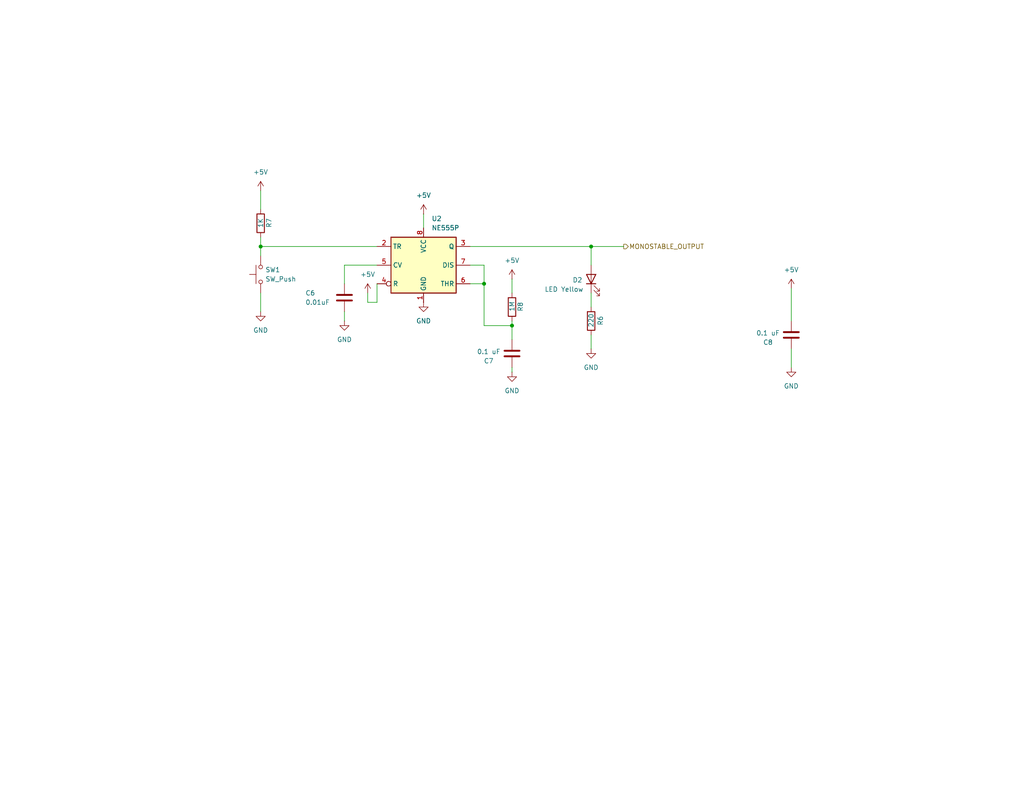
<source format=kicad_sch>
(kicad_sch (version 20231120) (generator "eeschema") (generator_version "8.0")
  (paper "A")
  (lib_symbols
    (symbol "Device:C" (pin_numbers hide) (pin_names (offset 0.254))
      (property "Reference" "C" (at 0.635 2.54 0))
      (property "Value" "C" (at 0.635 -2.54 0))
      (symbol "C_0_1"
        (polyline (pts (xy -2.032 -0.762) (xy 2.032 -0.762)) (stroke (width 0.508)))
        (polyline (pts (xy -2.032 0.762) (xy 2.032 0.762)) (stroke (width 0.508)))
      )
      (symbol "C_1_1"
        (pin passive line (at 0 3.81 270) (length 2.794) (name "~") (number "1"))
        (pin passive line (at 0 -3.81 90) (length 2.794) (name "~") (number "2"))
      )
    )
    (symbol "Device:LED" (pin_numbers hide) (pin_names (offset 1.016) hide)
      (property "Reference" "D" (at 0 2.54 0))
      (property "Value" "LED" (at 0 -2.54 0))
      (symbol "LED_0_1"
        (polyline (pts (xy -1.27 -1.27) (xy -1.27 1.27)) (stroke (width 0.254)))
        (polyline (pts (xy -1.27 0) (xy 1.27 0)))
        (polyline (pts (xy 1.27 -1.27) (xy 1.27 1.27) (xy -1.27 0) (xy 1.27 -1.27)) (stroke (width 0.254)))
        (polyline (pts (xy -3.048 -0.762) (xy -4.572 -2.286) (xy -3.81 -2.286) (xy -4.572 -2.286) (xy -4.572 -1.524)))
        (polyline (pts (xy -1.778 -0.762) (xy -3.302 -2.286) (xy -2.54 -2.286) (xy -3.302 -2.286) (xy -3.302 -1.524)))
      )
      (symbol "LED_1_1"
        (pin passive line (at -3.81 0 0) (length 2.54) (name "K") (number "1"))
        (pin passive line (at 3.81 0 180) (length 2.54) (name "A") (number "2"))
      )
    )
    (symbol "Device:R" (pin_numbers hide) (pin_names (offset 0))
      (property "Reference" "R" (at 2.032 0 90))
      (property "Value" "R" (at 0 0 90))
      (symbol "R_0_1"
        (rectangle (start -1.016 -2.54) (end 1.016 2.54) (stroke (width 0.254)))
      )
      (symbol "R_1_1"
        (pin passive line (at 0 3.81 270) (length 1.27) (name "~") (number "1"))
        (pin passive line (at 0 -3.81 90) (length 1.27) (name "~") (number "2"))
      )
    )
    (symbol "Switch:SW_Push" (pin_numbers hide) (pin_names (offset 1.016) hide)
      (property "Reference" "SW" (at 1.27 2.54 0))
      (property "Value" "SW_Push" (at 0 -1.524 0))
      (symbol "SW_Push_0_1"
        (circle (center -2.032 0) (radius 0.508))
        (polyline (pts (xy 0 1.27) (xy 0 3.048)))
        (polyline (pts (xy 2.54 1.27) (xy -2.54 1.27)))
        (circle (center 2.032 0) (radius 0.508))
        (pin passive line (at -5.08 0 0) (length 2.54) (name "1") (number "1"))
        (pin passive line (at 5.08 0 180) (length 2.54) (name "2") (number "2"))
      )
    )
    (symbol "Timer:NE555P"
      (property "Reference" "U" (at -10.16 8.89 0))
      (property "Value" "NE555P" (at 2.54 8.89 0))
      (symbol "NE555P_0_0"
        (pin power_in line (at 0 -10.16 90) (length 2.54) (name "GND") (number "1"))
        (pin power_in line (at 0 10.16 270) (length 2.54) (name "VCC") (number "8"))
      )
      (symbol "NE555P_0_1"
        (rectangle (start -8.89 -7.62) (end 8.89 7.62) (stroke (width 0.254)) (fill (type background)))
        (rectangle (start -8.89 -7.62) (end 8.89 7.62) (stroke (width 0.254)) (fill (type background)))
      )
      (symbol "NE555P_1_1"
        (pin input line (at -12.7 5.08 0) (length 3.81) (name "TR") (number "2"))
        (pin output line (at 12.7 5.08 180) (length 3.81) (name "Q") (number "3"))
        (pin input inverted (at -12.7 -5.08 0) (length 3.81) (name "R") (number "4"))
        (pin input line (at -12.7 0 0) (length 3.81) (name "CV") (number "5"))
        (pin input line (at 12.7 -5.08 180) (length 3.81) (name "THR") (number "6"))
        (pin input line (at 12.7 0 180) (length 3.81) (name "DIS") (number "7"))
      )
    )
    (symbol "power:+5V" (power) (pin_numbers hide) (pin_names (offset 0) hide)
      (property "Value" "+5V" (at 0 3.556 0))
      (symbol "+5V_0_1"
        (polyline (pts (xy -0.762 1.27) (xy 0 2.54)))
        (polyline (pts (xy 0 0) (xy 0 2.54)))
        (polyline (pts (xy 0 2.54) (xy 0.762 1.27)))
      )
      (symbol "+5V_1_1"
        (pin power_in line (at 0 0 90) (length 0) (name "~") (number "1"))
      )
    )
    (symbol "power:GND" (power) (pin_numbers hide) (pin_names (offset 0) hide)
      (property "Value" "GND" (at 0 -3.81 0))
      (symbol "GND_0_1"
        (polyline (pts (xy 0 0) (xy 0 -1.27) (xy 1.27 -1.27) (xy 0 -2.54) (xy -1.27 -1.27) (xy 0 -1.27)))
      )
      (symbol "GND_1_1"
        (pin power_in line (at 0 0 270) (length 0) (name "~") (number "1"))
      )
    )
  )
  (junction (at 139.7 88.9))
  (junction (at 132.08 77.47))
  (junction (at 161.29 67.31))
  (junction (at 71.12 67.31))
  (wire (pts (xy 102.87 77.47) (xy 102.87 82.55)))
  (wire (pts (xy 139.7 87.63) (xy 139.7 88.9)))
  (wire (pts (xy 215.9 95.25) (xy 215.9 100.33)))
  (wire (pts (xy 128.27 67.31) (xy 161.29 67.31)))
  (wire (pts (xy 161.29 67.31) (xy 161.29 72.39)))
  (wire (pts (xy 132.08 72.39) (xy 132.08 77.47)))
  (wire (pts (xy 139.7 88.9) (xy 139.7 92.71)))
  (wire (pts (xy 71.12 67.31) (xy 102.87 67.31)))
  (wire (pts (xy 161.29 67.31) (xy 170.18 67.31)))
  (wire (pts (xy 71.12 64.77) (xy 71.12 67.31)))
  (wire (pts (xy 132.08 77.47) (xy 132.08 88.9)))
  (wire (pts (xy 71.12 67.31) (xy 71.12 69.85)))
  (wire (pts (xy 93.98 85.09) (xy 93.98 87.63)))
  (wire (pts (xy 161.29 80.01) (xy 161.29 83.82)))
  (wire (pts (xy 100.33 82.55) (xy 100.33 80.01)))
  (wire (pts (xy 102.87 82.55) (xy 100.33 82.55)))
  (wire (pts (xy 71.12 80.01) (xy 71.12 85.09)))
  (wire (pts (xy 215.9 78.74) (xy 215.9 87.63)))
  (wire (pts (xy 128.27 77.47) (xy 132.08 77.47)))
  (wire (pts (xy 132.08 88.9) (xy 139.7 88.9)))
  (wire (pts (xy 139.7 76.2) (xy 139.7 80.01)))
  (wire (pts (xy 115.57 58.42) (xy 115.57 62.23)))
  (wire (pts (xy 102.87 72.39) (xy 93.98 72.39)))
  (wire (pts (xy 139.7 100.33) (xy 139.7 101.6)))
  (wire (pts (xy 128.27 72.39) (xy 132.08 72.39)))
  (wire (pts (xy 93.98 72.39) (xy 93.98 77.47)))
  (wire (pts (xy 161.29 91.44) (xy 161.29 95.25)))
  (wire (pts (xy 71.12 52.07) (xy 71.12 57.15)))
  (hierarchical_label "MONOSTABLE_OUTPUT" (shape output) (at 170.18 67.31 0))
  (symbol (lib_id "power:GND") (at 161.29 95.25 0) (unit 1)
    (property "Reference" "#PWR020" (effects (hide yes)))
    (property "Value" "GND" (at 161.29 100.33 0))
    (property "Description" "Power symbol creates a global label with name \"GND\" , ground" (effects (hide yes)))
  )
  (symbol (lib_id "power:+5V") (at 139.7 76.2 0) (unit 1)
    (property "Reference" "#PWR018" (effects (hide yes)))
    (property "Value" "+5V" (at 139.7 71.12 0))
    (property "Description" "Power symbol creates a global label with name \"+5V\"" (effects (hide yes)))
  )
  (symbol (lib_id "power:+5V") (at 100.33 80.01 0) (unit 1)
    (property "Reference" "#PWR015" (effects (hide yes)))
    (property "Value" "+5V" (at 100.33 74.93 0))
    (property "Description" "Power symbol creates a global label with name \"+5V\"" (effects (hide yes)))
  )
  (symbol (lib_id "Device:LED") (at 161.29 76.2 90) (unit 1)
    (property "Reference" "D2" (at 156.21 76.454 90) (effects (justify right)))
    (property "Value" "LED Yellow" (at 148.59 78.994 90) (effects (justify right)))
    (property "Footprint" "LED_THT:LED_D5.0mm" (effects (hide yes)))
    (property "Datasheet" "https://www.kingbrightusa.com/images/catalog/SPEC/WP1503YD.pdf" (effects (hide yes)))
    (property "Description" "Light emitting diode" (effects (hide yes)))
    (property "Digkey PN" "754-1872-ND" (effects (hide yes)))
    (property "Manufacturer PN" "WP1503YD" (effects (hide yes)))
    (property "DigiKey URL" "https://www.digikey.com/en/products/detail/kingbright/WP1503YD/3084106" (effects (hide yes)))
    (property "Price" "0.22" (effects (hide yes)))
  )
  (symbol (lib_id "Timer:NE555P") (at 115.57 72.39 0) (unit 1)
    (property "Reference" "U2" (at 117.7641 59.69 0) (effects (justify left)))
    (property "Value" "NE555P" (at 117.7641 62.23 0) (effects (justify left)))
    (property "Footprint" "Package_DIP:DIP-8_W7.62mm" (effects (hide yes)))
    (property "Datasheet" "http://www.ti.com/lit/ds/symlink/ne555.pdf" (effects (hide yes)))
    (property "Description" "Precision Timers, 555 compatible,  PDIP-8" (effects (hide yes)))
    (property "Digkey PN" "296-NE555P-ND" (effects (hide yes)))
    (property "Manufacturer PN" "NE555P" (effects (hide yes)))
    (property "DigiKey URL" "https://www.digikey.com/en/products/detail/texas-instruments/NE555P/277057" (effects (hide yes)))
    (property "Price" "0.36" (effects (hide yes)))
  )
  (symbol (lib_id "Device:C") (at 215.9 91.44 180) (unit 1)
    (property "Reference" "C8" (at 209.55 93.472 0))
    (property "Value" "0.1 uF" (at 209.55 90.932 0))
    (property "Footprint" "Capacitor_THT:C_Disc_D5.0mm_W2.5mm_P2.50mm" (effects (hide yes)))
    (property "Description" "Unpolarized capacitor" (effects (hide yes)))
    (property "Digkey PN" "399-9776-ND" (effects (hide yes)))
    (property "Manufacturer PN" "C320C104M5R5TA" (effects (hide yes)))
    (property "DigiKey URL" "https://www.digikey.com/en/products/detail/kemet/C320C104M5R5TA/3726028" (effects (hide yes)))
    (property "Price" "0.2" (effects (hide yes)))
  )
  (symbol (lib_id "Device:C") (at 93.98 81.28 0) (unit 1)
    (property "Reference" "C6" (at 83.312 80.01 0) (effects (justify left)))
    (property "Value" "0.01uF" (at 83.312 82.55 0) (effects (justify left)))
    (property "Footprint" "Capacitor_THT:C_Disc_D5.0mm_W2.5mm_P2.50mm" (effects (hide yes)))
    (property "Datasheet" "https://www.vishay.com/docs/45171/kseries.pdf" (effects (hide yes)))
    (property "Description" "Unpolarized capacitor." (effects (hide yes)))
    (property "Manufacturer PN" "K103M15X7RF53L2" (effects (hide yes)))
    (property "Digkey PN" " BC5136-ND" (effects (hide yes)))
    (property "DigiKey URL" "https://www.digikey.com/en/products/detail/vishay-beyschlag-draloric-bc-components/K103M15X7RF53L2/2820467" (effects (hide yes)))
    (property "Price" "0.16" (effects (hide yes)))
  )
  (symbol (lib_id "Device:C") (at 139.7 96.52 180) (unit 1)
    (property "Reference" "C7" (at 133.35 98.552 0))
    (property "Value" "0.1 uF" (at 133.35 96.012 0))
    (property "Footprint" "Capacitor_THT:C_Disc_D5.0mm_W2.5mm_P2.50mm" (effects (hide yes)))
    (property "Description" "Unpolarized capacitor" (effects (hide yes)))
    (property "Digkey PN" "399-9776-ND" (effects (hide yes)))
    (property "Manufacturer PN" "C320C104M5R5TA" (effects (hide yes)))
    (property "DigiKey URL" "https://www.digikey.com/en/products/detail/kemet/C320C104M5R5TA/3726028" (effects (hide yes)))
    (property "Price" "0.2" (effects (hide yes)))
  )
  (symbol (lib_id "power:+5V") (at 115.57 58.42 0) (unit 1)
    (property "Reference" "#PWR016" (effects (hide yes)))
    (property "Value" "+5V" (at 115.57 53.34 0))
    (property "Description" "Power symbol creates a global label with name \"+5V\"" (effects (hide yes)))
  )
  (symbol (lib_id "Device:R") (at 139.7 83.82 0) (unit 1)
    (property "Reference" "R8" (at 141.986 85.09 90) (effects (justify left)))
    (property "Value" "1M" (at 139.7 85.09 90) (effects (justify left)))
    (property "Footprint" "Resistor_THT:R_Axial_DIN0207_L6.3mm_D2.5mm_P7.62mm_Horizontal" (effects (hide yes)))
    (property "Datasheet" "https://www.yageo.com/upload/media/product/app/datasheet/lr/yageo-mfr_datasheet.pdf" (effects (hide yes)))
    (property "Description" "Resistor" (effects (hide yes)))
    (property "Digkey PN" "1.00MXBK-ND" (effects (hide yes)))
    (property "Manufacturer PN" "MFR-25FBF52-1M" (effects (hide yes)))
    (property "DigiKey URL" "https://www.digikey.com/en/products/detail/yageo/MFR-25FBF52-1M/13714" (effects (hide yes)))
    (property "Price" "0.1" (effects (hide yes)))
  )
  (symbol (lib_id "power:GND") (at 139.7 101.6 0) (unit 1)
    (property "Reference" "#PWR019" (effects (hide yes)))
    (property "Value" "GND" (at 139.7 106.68 0))
    (property "Description" "Power symbol creates a global label with name \"GND\" , ground" (effects (hide yes)))
  )
  (symbol (lib_id "Switch:SW_Push") (at 71.12 74.93 90) (unit 1)
    (property "Reference" "SW1" (at 72.39 73.6599 90) (effects (justify right)))
    (property "Value" "SW_Push" (at 72.39 76.1999 90) (effects (justify right)))
    (property "Footprint" "Button_Switch_THT:SW_PUSH_6mm" (effects (hide yes)))
    (property "Datasheet" "https://www.te.com/usa-en/product-1825910-6.datasheet.pdf" (effects (hide yes)))
    (property "Description" "Push button switch, generic, two pins" (effects (hide yes)))
    (property "Digkey PN" "450-1650-ND" (effects (hide yes)))
    (property "Manufacturer PN" "1825910-6" (effects (hide yes)))
    (property "DigiKey URL" "https://www.digikey.com/en/products/detail/te-connectivity-alcoswitch-switches/1825910-6/1632536" (effects (hide yes)))
    (property "Price" "0.16" (effects (hide yes)))
  )
  (symbol (lib_id "power:GND") (at 215.9 100.33 0) (unit 1)
    (property "Reference" "#PWR022" (effects (hide yes)))
    (property "Value" "GND" (at 215.9 105.41 0))
    (property "Description" "Power symbol creates a global label with name \"GND\" , ground" (effects (hide yes)))
  )
  (symbol (lib_id "power:+5V") (at 71.12 52.07 0) (unit 1)
    (property "Reference" "#PWR023" (effects (hide yes)))
    (property "Value" "+5V" (at 71.12 46.99 0))
    (property "Description" "Power symbol creates a global label with name \"+5V\"" (effects (hide yes)))
  )
  (symbol (lib_id "power:GND") (at 93.98 87.63 0) (unit 1)
    (property "Reference" "#PWR014" (effects (hide yes)))
    (property "Value" "GND" (at 93.98 92.71 0))
    (property "Description" "Power symbol creates a global label with name \"GND\" , ground" (effects (hide yes)))
  )
  (symbol (lib_id "power:+5V") (at 215.9 78.74 0) (unit 1)
    (property "Reference" "#PWR021" (effects (hide yes)))
    (property "Value" "+5V" (at 215.9 73.66 0))
    (property "Description" "Power symbol creates a global label with name \"+5V\"" (effects (hide yes)))
  )
  (symbol (lib_id "power:GND") (at 71.12 85.09 0) (unit 1)
    (property "Reference" "#PWR024" (effects (hide yes)))
    (property "Value" "GND" (at 71.12 90.17 0))
    (property "Description" "Power symbol creates a global label with name \"GND\" , ground" (effects (hide yes)))
  )
  (symbol (lib_id "Device:R") (at 161.29 87.63 0) (unit 1)
    (property "Reference" "R6" (at 163.83 88.9 90) (effects (justify left)))
    (property "Value" "220" (at 161.29 89.408 90) (effects (justify left)))
    (property "Footprint" "Resistor_THT:R_Axial_DIN0207_L6.3mm_D2.5mm_P7.62mm_Horizontal" (effects (hide yes)))
    (property "Datasheet" "https://www.yageo.com/upload/media/product/app/datasheet/lr/yageo-mfr_datasheet.pdf" (effects (hide yes)))
    (property "Description" "Resistor" (effects (hide yes)))
    (property "Digkey PN" "MFR-25FBF52-220R-ND" (effects (hide yes)))
    (property "Manufacturer PN" "MFR-25FBF52-220R" (effects (hide yes)))
    (property "DigiKey URL" "https://www.digikey.com/en/products/detail/yageo/MFR-25FBF52-220R/9138097" (effects (hide yes)))
    (property "Price" "0.10" (effects (hide yes)))
  )
  (symbol (lib_id "power:GND") (at 115.57 82.55 0) (unit 1)
    (property "Reference" "#PWR017" (effects (hide yes)))
    (property "Value" "GND" (at 115.57 87.63 0))
    (property "Description" "Power symbol creates a global label with name \"GND\" , ground" (effects (hide yes)))
  )
  (symbol (lib_id "Device:R") (at 71.12 60.96 180) (unit 1)
    (property "Reference" "R7" (at 73.406 62.23 90) (effects (justify right)))
    (property "Value" "1K" (at 71.12 62.23 90) (effects (justify right)))
    (property "Footprint" "Resistor_THT:R_Axial_DIN0207_L6.3mm_D2.5mm_P7.62mm_Horizontal" (effects (hide yes)))
    (property "Datasheet" "https://www.seielect.com/catalog/sei-rnf_rnmf.pdf" (effects (hide yes)))
    (property "Description" "Resistor" (effects (hide yes)))
    (property "Digkey PN" "RNF14FTD1K00CT-ND " (effects (hide yes)))
    (property "Manufacturer PN" "RNF14FTD1K00" (effects (hide yes)))
    (property "DigiKey URL" "https://www.digikey.com/en/products/detail/stackpole-electronics-inc/RNF14FTD1K00/1706678" (effects (hide yes)))
    (property "Price" "0.1" (effects (hide yes)))
  )
)
</source>
